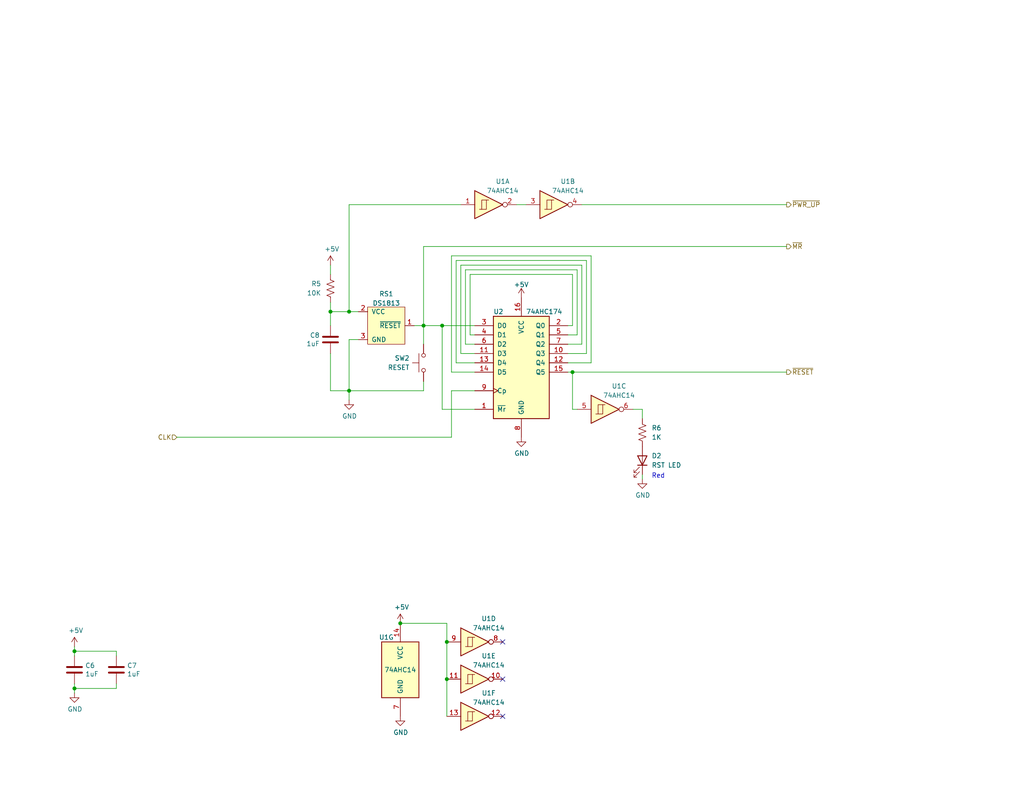
<source format=kicad_sch>
(kicad_sch (version 20211123) (generator eeschema)
  (paper "USLetter")
  (title_block (title "Reset") (date "2022-10-10") (rev "1.2") (company "Frédéric Segard") (comment 1 "and +6 cycle delayed master reset for CPU and peripherals") (comment 2 "Power on reset, with 150ms delayed master reset, "))
  (lib_symbols
    (symbol "0_Z80_Library:DS1813" (pin_names (offset 1.016))
      (property "Reference" "RS" (at 0 2.54 0))
      (property "Value" "DS1813" (at 0 0 0))
      (symbol "DS1813_0_1"
        (rectangle (start 5.08 -1.27) (end -5.08 -11.43) (fill (type background)))
      )
      (symbol "DS1813_1_1"
        (pin output line (at 7.62 -6.35 180) (length 2.54) (name "~{RESET}") (number "1"))
        (pin input line (at -7.62 -2.54 0) (length 2.54) (name "VCC") (number "2"))
        (pin power_in line (at -7.62 -10.16 0) (length 2.54) (name "GND") (number "3"))
      )
    )
    (symbol "74xx:74HC14" (pin_names (offset 1.016))
      (property "Reference" "U" (at 0 1.27 0))
      (property "Value" "74HC14" (at 0 -1.27 0))
      (symbol "74HC14_1_0"
        (polyline (pts (xy -3.81 3.81) (xy -3.81 -3.81) (xy 3.81 0) (xy -3.81 3.81)) (stroke (width 0.254)) (fill (type background)))
        (pin input line (at -7.62 0 0) (length 3.81) (name "~") (number "1"))
        (pin output inverted (at 7.62 0 180) (length 3.81) (name "~") (number "2"))
      )
      (symbol "74HC14_1_1"
        (polyline (pts (xy -1.905 -1.27) (xy -1.905 1.27) (xy -0.635 1.27)))
        (polyline (pts (xy -2.54 -1.27) (xy -0.635 -1.27) (xy -0.635 1.27) (xy 0 1.27)))
      )
      (symbol "74HC14_2_0"
        (polyline (pts (xy -3.81 3.81) (xy -3.81 -3.81) (xy 3.81 0) (xy -3.81 3.81)) (stroke (width 0.254)) (fill (type background)))
        (pin input line (at -7.62 0 0) (length 3.81) (name "~") (number "3"))
        (pin output inverted (at 7.62 0 180) (length 3.81) (name "~") (number "4"))
      )
      (symbol "74HC14_2_1"
        (polyline (pts (xy -1.905 -1.27) (xy -1.905 1.27) (xy -0.635 1.27)))
        (polyline (pts (xy -2.54 -1.27) (xy -0.635 -1.27) (xy -0.635 1.27) (xy 0 1.27)))
      )
      (symbol "74HC14_3_0"
        (polyline (pts (xy -3.81 3.81) (xy -3.81 -3.81) (xy 3.81 0) (xy -3.81 3.81)) (stroke (width 0.254)) (fill (type background)))
        (pin input line (at -7.62 0 0) (length 3.81) (name "~") (number "5"))
        (pin output inverted (at 7.62 0 180) (length 3.81) (name "~") (number "6"))
      )
      (symbol "74HC14_3_1"
        (polyline (pts (xy -1.905 -1.27) (xy -1.905 1.27) (xy -0.635 1.27)))
        (polyline (pts (xy -2.54 -1.27) (xy -0.635 -1.27) (xy -0.635 1.27) (xy 0 1.27)))
      )
      (symbol "74HC14_4_0"
        (polyline (pts (xy -3.81 3.81) (xy -3.81 -3.81) (xy 3.81 0) (xy -3.81 3.81)) (stroke (width 0.254)) (fill (type background)))
        (pin output inverted (at 7.62 0 180) (length 3.81) (name "~") (number "8"))
        (pin input line (at -7.62 0 0) (length 3.81) (name "~") (number "9"))
      )
      (symbol "74HC14_4_1"
        (polyline (pts (xy -1.905 -1.27) (xy -1.905 1.27) (xy -0.635 1.27)))
        (polyline (pts (xy -2.54 -1.27) (xy -0.635 -1.27) (xy -0.635 1.27) (xy 0 1.27)))
      )
      (symbol "74HC14_5_0"
        (polyline (pts (xy -3.81 3.81) (xy -3.81 -3.81) (xy 3.81 0) (xy -3.81 3.81)) (stroke (width 0.254)) (fill (type background)))
        (pin output inverted (at 7.62 0 180) (length 3.81) (name "~") (number "10"))
        (pin input line (at -7.62 0 0) (length 3.81) (name "~") (number "11"))
      )
      (symbol "74HC14_5_1"
        (polyline (pts (xy -1.905 -1.27) (xy -1.905 1.27) (xy -0.635 1.27)))
        (polyline (pts (xy -2.54 -1.27) (xy -0.635 -1.27) (xy -0.635 1.27) (xy 0 1.27)))
      )
      (symbol "74HC14_6_0"
        (polyline (pts (xy -3.81 3.81) (xy -3.81 -3.81) (xy 3.81 0) (xy -3.81 3.81)) (stroke (width 0.254)) (fill (type background)))
        (pin output inverted (at 7.62 0 180) (length 3.81) (name "~") (number "12"))
        (pin input line (at -7.62 0 0) (length 3.81) (name "~") (number "13"))
      )
      (symbol "74HC14_6_1"
        (polyline (pts (xy -1.905 -1.27) (xy -1.905 1.27) (xy -0.635 1.27)))
        (polyline (pts (xy -2.54 -1.27) (xy -0.635 -1.27) (xy -0.635 1.27) (xy 0 1.27)))
      )
      (symbol "74HC14_7_0"
        (pin power_in line (at 0 12.7 270) (length 5.08) (name "VCC") (number "14"))
        (pin power_in line (at 0 -12.7 90) (length 5.08) (name "GND") (number "7"))
      )
      (symbol "74HC14_7_1"
        (rectangle (start -5.08 7.62) (end 5.08 -7.62) (stroke (width 0.254)) (fill (type background)))
      )
    )
    (symbol "74xx:74LS174" (pin_names (offset 1.016))
      (property "Reference" "U" (at -7.62 13.97 0))
      (property "Value" "74LS174" (at -7.62 -16.51 0))
      (symbol "74LS174_1_0"
        (pin input line (at -12.7 -12.7 0) (length 5.08) (name "~{Mr}") (number "1"))
        (pin output line (at 12.7 2.54 180) (length 5.08) (name "Q3") (number "10"))
        (pin input line (at -12.7 2.54 0) (length 5.08) (name "D3") (number "11"))
        (pin output line (at 12.7 0 180) (length 5.08) (name "Q4") (number "12"))
        (pin input line (at -12.7 0 0) (length 5.08) (name "D4") (number "13"))
        (pin input line (at -12.7 -2.54 0) (length 5.08) (name "D5") (number "14"))
        (pin output line (at 12.7 -2.54 180) (length 5.08) (name "Q5") (number "15"))
        (pin power_in line (at 0 17.78 270) (length 5.08) (name "VCC") (number "16"))
        (pin output line (at 12.7 10.16 180) (length 5.08) (name "Q0") (number "2"))
        (pin input line (at -12.7 10.16 0) (length 5.08) (name "D0") (number "3"))
        (pin input line (at -12.7 7.62 0) (length 5.08) (name "D1") (number "4"))
        (pin output line (at 12.7 7.62 180) (length 5.08) (name "Q1") (number "5"))
        (pin input line (at -12.7 5.08 0) (length 5.08) (name "D2") (number "6"))
        (pin output line (at 12.7 5.08 180) (length 5.08) (name "Q2") (number "7"))
        (pin power_in line (at 0 -20.32 90) (length 5.08) (name "GND") (number "8"))
        (pin input clock (at -12.7 -7.62 0) (length 5.08) (name "Cp") (number "9"))
      )
      (symbol "74LS174_1_1"
        (rectangle (start -7.62 12.7) (end 7.62 -15.24) (stroke (width 0.254)) (fill (type background)))
      )
    )
    (symbol "Device:C" (pin_numbers hide) (pin_names (offset 0.254))
      (property "Reference" "C" (at 0.635 2.54 0))
      (property "Value" "C" (at 0.635 -2.54 0))
      (symbol "C_0_1"
        (polyline (pts (xy -2.032 -0.762) (xy 2.032 -0.762)) (stroke (width 0.508)))
        (polyline (pts (xy -2.032 0.762) (xy 2.032 0.762)) (stroke (width 0.508)))
      )
      (symbol "C_1_1"
        (pin passive line (at 0 3.81 270) (length 2.794) (name "~") (number "1"))
        (pin passive line (at 0 -3.81 90) (length 2.794) (name "~") (number "2"))
      )
    )
    (symbol "Device:LED" (pin_numbers hide) (pin_names (offset 1.016) hide)
      (property "Reference" "D" (at 0 2.54 0))
      (property "Value" "LED" (at 0 -2.54 0))
      (symbol "LED_0_1"
        (polyline (pts (xy -1.27 -1.27) (xy -1.27 1.27)) (stroke (width 0.254)))
        (polyline (pts (xy -1.27 0) (xy 1.27 0)))
        (polyline (pts (xy 1.27 -1.27) (xy 1.27 1.27) (xy -1.27 0) (xy 1.27 -1.27)) (stroke (width 0.254)))
        (polyline (pts (xy -3.048 -0.762) (xy -4.572 -2.286) (xy -3.81 -2.286) (xy -4.572 -2.286) (xy -4.572 -1.524)))
        (polyline (pts (xy -1.778 -0.762) (xy -3.302 -2.286) (xy -2.54 -2.286) (xy -3.302 -2.286) (xy -3.302 -1.524)))
      )
      (symbol "LED_1_1"
        (pin passive line (at -3.81 0 0) (length 2.54) (name "K") (number "1"))
        (pin passive line (at 3.81 0 180) (length 2.54) (name "A") (number "2"))
      )
    )
    (symbol "Device:R_US" (pin_numbers hide) (pin_names (offset 0))
      (property "Reference" "R" (at 2.54 0 90))
      (property "Value" "R_US" (at -2.54 0 90))
      (symbol "R_US_0_1"
        (polyline (pts (xy 0 -2.286) (xy 0 -2.54)))
        (polyline (pts (xy 0 2.286) (xy 0 2.54)))
        (polyline (pts (xy 0 -0.762) (xy 1.016 -1.143) (xy 0 -1.524) (xy -1.016 -1.905) (xy 0 -2.286)))
        (polyline (pts (xy 0 0.762) (xy 1.016 0.381) (xy 0 0) (xy -1.016 -0.381) (xy 0 -0.762)))
        (polyline (pts (xy 0 2.286) (xy 1.016 1.905) (xy 0 1.524) (xy -1.016 1.143) (xy 0 0.762)))
      )
      (symbol "R_US_1_1"
        (pin passive line (at 0 3.81 270) (length 1.27) (name "~") (number "1"))
        (pin passive line (at 0 -3.81 90) (length 1.27) (name "~") (number "2"))
      )
    )
    (symbol "R_US_1" (pin_numbers hide) (pin_names (offset 0))
      (property "Reference" "R" (at 2.54 0 90))
      (property "Value" "R_US_1" (at -2.54 0 90))
      (symbol "R_US_1_0_1"
        (polyline (pts (xy 0 -2.286) (xy 0 -2.54)))
        (polyline (pts (xy 0 2.286) (xy 0 2.54)))
        (polyline (pts (xy 0 -0.762) (xy 1.016 -1.143) (xy 0 -1.524) (xy -1.016 -1.905) (xy 0 -2.286)))
        (polyline (pts (xy 0 0.762) (xy 1.016 0.381) (xy 0 0) (xy -1.016 -0.381) (xy 0 -0.762)))
        (polyline (pts (xy 0 2.286) (xy 1.016 1.905) (xy 0 1.524) (xy -1.016 1.143) (xy 0 0.762)))
      )
      (symbol "R_US_1_1_1"
        (pin passive line (at 0 3.81 270) (length 1.27) (name "~") (number "1"))
        (pin passive line (at 0 -3.81 90) (length 1.27) (name "~") (number "2"))
      )
    )
    (symbol "Switch:SW_Push" (pin_numbers hide) (pin_names (offset 1.016) hide)
      (property "Reference" "SW" (at 1.27 2.54 0))
      (property "Value" "SW_Push" (at 0 -1.524 0))
      (symbol "SW_Push_0_1"
        (circle (center -2.032 0) (radius 0.508))
        (polyline (pts (xy 0 1.27) (xy 0 3.048)))
        (polyline (pts (xy 2.54 1.27) (xy -2.54 1.27)))
        (circle (center 2.032 0) (radius 0.508))
        (pin passive line (at -5.08 0 0) (length 2.54) (name "1") (number "1"))
        (pin passive line (at 5.08 0 180) (length 2.54) (name "2") (number "2"))
      )
    )
    (symbol "power:+5V" (power) (pin_names (offset 0))
      (property "Value" "+5V" (at 0 3.556 0))
      (symbol "+5V_0_1"
        (polyline (pts (xy -0.762 1.27) (xy 0 2.54)))
        (polyline (pts (xy 0 0) (xy 0 2.54)))
        (polyline (pts (xy 0 2.54) (xy 0.762 1.27)))
      )
      (symbol "+5V_1_1"
        (pin power_in line (at 0 0 90) (length 0) hide (name "+5V") (number "1"))
      )
    )
    (symbol "power:GND" (power) (pin_names (offset 0))
      (property "Value" "GND" (at 0 -3.81 0))
      (symbol "GND_0_1"
        (polyline (pts (xy 0 0) (xy 0 -1.27) (xy 1.27 -1.27) (xy 0 -2.54) (xy -1.27 -1.27) (xy 0 -1.27)))
      )
      (symbol "GND_1_1"
        (pin power_in line (at 0 0 270) (length 0) hide (name "GND") (number "1"))
      )
    )
  )
  (junction (at 121.92 185.42))
  (junction (at 121.92 175.26))
  (junction (at 20.32 187.96))
  (junction (at 109.22 170.18))
  (junction (at 20.32 177.8))
  (junction (at 95.25 85.09))
  (junction (at 156.21 101.6))
  (junction (at 120.65 88.9))
  (junction (at 115.57 88.9))
  (junction (at 90.17 85.09))
  (junction (at 95.25 106.68))
  (no_connect (at 137.16 175.26))
  (no_connect (at 137.16 195.58))
  (no_connect (at 137.16 185.42))
  (wire (pts (xy 156.21 88.9) (xy 156.21 74.93)))
  (wire (pts (xy 127 73.66) (xy 127 93.98)))
  (wire (pts (xy 157.48 111.76) (xy 156.21 111.76)))
  (wire (pts (xy 157.48 91.44) (xy 157.48 73.66)))
  (wire (pts (xy 128.27 74.93) (xy 128.27 91.44)))
  (wire (pts (xy 20.32 187.96) (xy 31.75 187.96)))
  (wire (pts (xy 97.79 92.71) (xy 95.25 92.71)))
  (wire (pts (xy 121.92 185.42) (xy 121.92 195.58)))
  (wire (pts (xy 90.17 106.68) (xy 95.25 106.68)))
  (wire (pts (xy 124.46 71.12) (xy 124.46 99.06)))
  (wire (pts (xy 161.29 69.85) (xy 123.19 69.85)))
  (wire (pts (xy 90.17 85.09) (xy 95.25 85.09)))
  (wire (pts (xy 115.57 88.9) (xy 120.65 88.9)))
  (wire (pts (xy 154.94 91.44) (xy 157.48 91.44)))
  (wire (pts (xy 140.97 55.88) (xy 143.51 55.88)))
  (wire (pts (xy 20.32 177.8) (xy 31.75 177.8)))
  (wire (pts (xy 113.03 88.9) (xy 115.57 88.9)))
  (wire (pts (xy 31.75 186.69) (xy 31.75 187.96)))
  (wire (pts (xy 31.75 177.8) (xy 31.75 179.07)))
  (wire (pts (xy 90.17 88.9) (xy 90.17 85.09)))
  (wire (pts (xy 158.75 93.98) (xy 158.75 72.39)))
  (wire (pts (xy 154.94 88.9) (xy 156.21 88.9)))
  (wire (pts (xy 20.32 176.53) (xy 20.32 177.8)))
  (wire (pts (xy 121.92 170.18) (xy 121.92 175.26)))
  (wire (pts (xy 90.17 72.39) (xy 90.17 74.93)))
  (wire (pts (xy 115.57 104.14) (xy 115.57 106.68)))
  (wire (pts (xy 95.25 85.09) (xy 97.79 85.09)))
  (wire (pts (xy 48.26 119.38) (xy 123.19 119.38)))
  (wire (pts (xy 121.92 175.26) (xy 121.92 185.42)))
  (wire (pts (xy 154.94 96.52) (xy 160.02 96.52)))
  (wire (pts (xy 158.75 72.39) (xy 125.73 72.39)))
  (wire (pts (xy 95.25 106.68) (xy 115.57 106.68)))
  (wire (pts (xy 20.32 177.8) (xy 20.32 179.07)))
  (wire (pts (xy 158.75 55.88) (xy 214.63 55.88)))
  (wire (pts (xy 121.92 170.18) (xy 109.22 170.18)))
  (wire (pts (xy 157.48 73.66) (xy 127 73.66)))
  (wire (pts (xy 95.25 109.22) (xy 95.25 106.68)))
  (wire (pts (xy 95.25 92.71) (xy 95.25 106.68)))
  (wire (pts (xy 175.26 111.76) (xy 172.72 111.76)))
  (wire (pts (xy 154.94 93.98) (xy 158.75 93.98)))
  (wire (pts (xy 123.19 69.85) (xy 123.19 101.6)))
  (wire (pts (xy 154.94 101.6) (xy 156.21 101.6)))
  (wire (pts (xy 20.32 186.69) (xy 20.32 187.96)))
  (wire (pts (xy 160.02 71.12) (xy 124.46 71.12)))
  (wire (pts (xy 123.19 106.68) (xy 129.54 106.68)))
  (wire (pts (xy 120.65 88.9) (xy 129.54 88.9)))
  (wire (pts (xy 124.46 99.06) (xy 129.54 99.06)))
  (wire (pts (xy 156.21 101.6) (xy 214.63 101.6)))
  (wire (pts (xy 115.57 88.9) (xy 115.57 67.31)))
  (wire (pts (xy 20.32 187.96) (xy 20.32 189.23)))
  (wire (pts (xy 175.26 111.76) (xy 175.26 114.3)))
  (wire (pts (xy 95.25 55.88) (xy 95.25 85.09)))
  (wire (pts (xy 156.21 101.6) (xy 156.21 111.76)))
  (wire (pts (xy 120.65 88.9) (xy 120.65 111.76)))
  (wire (pts (xy 125.73 96.52) (xy 129.54 96.52)))
  (wire (pts (xy 125.73 72.39) (xy 125.73 96.52)))
  (wire (pts (xy 123.19 101.6) (xy 129.54 101.6)))
  (wire (pts (xy 90.17 85.09) (xy 90.17 82.55)))
  (wire (pts (xy 115.57 93.98) (xy 115.57 88.9)))
  (wire (pts (xy 175.26 130.81) (xy 175.26 129.54)))
  (wire (pts (xy 115.57 67.31) (xy 214.63 67.31)))
  (wire (pts (xy 154.94 99.06) (xy 161.29 99.06)))
  (wire (pts (xy 95.25 55.88) (xy 125.73 55.88)))
  (wire (pts (xy 161.29 99.06) (xy 161.29 69.85)))
  (wire (pts (xy 156.21 74.93) (xy 128.27 74.93)))
  (wire (pts (xy 128.27 91.44) (xy 129.54 91.44)))
  (wire (pts (xy 123.19 106.68) (xy 123.19 119.38)))
  (wire (pts (xy 160.02 96.52) (xy 160.02 71.12)))
  (wire (pts (xy 127 93.98) (xy 129.54 93.98)))
  (wire (pts (xy 90.17 96.52) (xy 90.17 106.68)))
  (wire (pts (xy 120.65 111.76) (xy 129.54 111.76)))
  (text "Red" (at 177.776 130.762 0) (effects (font (size 1.27 1.27)) (justify left bottom)))
  (hierarchical_label "~{PWR_UP}" (shape output) (at 214.63 55.88 0))
  (hierarchical_label "CLK" (shape input) (at 48.26 119.38 180))
  (hierarchical_label "~{MR}" (shape output) (at 214.63 67.31 0))
  (hierarchical_label "~{RESET}" (shape output) (at 214.63 101.6 0))
  (symbol (lib_id "74xx:74HC14") (at 133.35 55.88 0) (unit 1)
    (property "Reference" "U1" (at 137.16 49.53 0))
    (property "Value" "74AHC14" (at 137.16 52.07 0))
    (property "Footprint" "Package_DIP:DIP-14_W7.62mm_Socket" (effects hide))
    (property "Datasheet" "https://www.ti.com/lit/ds/symlink/sn74ahc14.pdf" (effects hide))
  )
  (symbol (lib_id "Device:C") (at 90.17 92.71 0) (mirror y) (unit 1)
    (property "Reference" "C8" (at 87.249 91.5416 0) (effects (justify left)))
    (property "Value" "1uF" (at 87.249 93.853 0) (effects (justify left)))
    (property "Footprint" "Capacitor_THT:C_Disc_D3.0mm_W2.0mm_P2.50mm" (effects hide))
  )
  (symbol (lib_id "Device:C") (at 20.32 182.88 0) (unit 1)
    (property "Reference" "C6" (at 23.241 181.7116 0) (effects (justify left)))
    (property "Value" "1uF" (at 23.241 184.023 0) (effects (justify left)))
    (property "Footprint" "Capacitor_THT:C_Disc_D3.0mm_W2.0mm_P2.50mm" (effects hide))
  )
  (symbol (lib_id "Device:R_US") (at 175.26 118.11 0) (unit 1)
    (property "Reference" "R6" (at 177.8 116.84 0) (effects (justify left)))
    (property "Value" "1K" (at 177.8 119.38 0) (effects (justify left)))
    (property "Footprint" "Resistor_THT:R_Axial_DIN0207_L6.3mm_D2.5mm_P10.16mm_Horizontal" (effects hide))
  )
  (symbol (lib_id "power:GND") (at 95.25 109.22 0) (unit 1)
    (property "Reference" "#PWR08" (effects hide))
    (property "Value" "~" (at 95.377 113.6142 0))
  )
  (symbol (lib_id "74xx:74HC14") (at 129.54 195.58 0) (unit 6)
    (property "Reference" "U1" (at 133.35 189.23 0))
    (property "Value" "74AHC14" (at 133.35 191.77 0))
    (property "Footprint" "Package_DIP:DIP-14_W7.62mm_Socket" (effects hide))
    (property "Datasheet" "https://www.ti.com/lit/ds/symlink/sn74ahc14.pdf" (effects hide))
  )
  (symbol (lib_id "74xx:74HC14") (at 129.54 185.42 0) (unit 5)
    (property "Reference" "U1" (at 133.35 179.07 0))
    (property "Value" "74AHC14" (at 133.35 181.61 0))
    (property "Footprint" "Package_DIP:DIP-14_W7.62mm_Socket" (effects hide))
    (property "Datasheet" "https://www.ti.com/lit/ds/symlink/sn74ahc14.pdf" (effects hide))
  )
  (symbol (lib_id "power:+5V") (at 109.22 170.18 0) (unit 1)
    (property "Reference" "#PWR09" (effects hide))
    (property "Value" "~" (at 109.601 165.7858 0))
  )
  (symbol (lib_id "Switch:SW_Push") (at 115.57 99.06 90) (mirror x) (unit 1)
    (property "Reference" "SW2" (at 111.76 97.79 90) (effects (justify left)))
    (property "Value" "RESET" (at 111.76 100.33 90) (effects (justify left)))
    (property "Footprint" "Button_Switch_THT:SW_PUSH-12mm_Wuerth-430476085716" (effects hide))
  )
  (symbol (lib_id "power:GND") (at 109.22 195.58 0) (unit 1)
    (property "Reference" "#PWR010" (effects hide))
    (property "Value" "~" (at 109.347 199.9742 0))
  )
  (symbol (lib_id "power:GND") (at 142.24 119.38 0) (unit 1)
    (property "Reference" "#PWR012" (effects hide))
    (property "Value" "~" (at 142.367 123.7742 0))
  )
  (symbol (lib_id "power:GND") (at 175.26 130.81 0) (unit 1)
    (property "Reference" "#PWR013" (effects hide))
    (property "Value" "~" (at 175.387 135.2042 0))
  )
  (symbol (lib_id "0_Z80_Library:DS1813") (at 105.41 82.55 0) (unit 1)
    (property "Reference" "RS1" (at 105.41 80.2472 0))
    (property "Value" "DS1813" (at 105.41 82.7841 0))
    (property "Footprint" "Package_TO_SOT_THT:TO-92L_Inline_Wide" (effects hide))
    (property "Datasheet" "https://datasheets.maximintegrated.com/en/ds/DS1813.pdf" (effects hide))
  )
  (symbol (lib_id "power:+5V") (at 90.17 72.39 0) (unit 1)
    (property "Reference" "#PWR07" (effects hide))
    (property "Value" "~" (at 90.551 67.9958 0))
  )
  (symbol (lib_id "power:+5V") (at 142.24 81.28 0) (unit 1)
    (property "Reference" "#PWR011" (effects hide))
    (property "Value" "~" (at 142.24 77.7042 0))
  )
  (symbol (lib_id "74xx:74HC14") (at 109.22 182.88 0) (unit 7)
    (property "Reference" "U1" (at 105.41 173.99 0))
    (property "Value" "74AHC14" (at 109.22 182.88 0))
    (property "Footprint" "Package_DIP:DIP-14_W7.62mm_Socket" (effects hide))
    (property "Datasheet" "https://www.ti.com/lit/ds/symlink/sn74ahc14.pdf" (effects hide))
  )
  (symbol (lib_id "power:GND") (at 20.32 189.23 0) (unit 1)
    (property "Reference" "#PWR06" (effects hide))
    (property "Value" "~" (at 20.447 193.6242 0))
  )
  (symbol (lib_id "74xx:74HC14") (at 151.13 55.88 0) (unit 2)
    (property "Reference" "U1" (at 154.94 49.53 0))
    (property "Value" "74AHC14" (at 154.94 52.07 0))
    (property "Footprint" "Package_DIP:DIP-14_W7.62mm_Socket" (effects hide))
    (property "Datasheet" "https://www.ti.com/lit/ds/symlink/sn74ahc14.pdf" (effects hide))
  )
  (symbol (lib_id "Device:C") (at 31.75 182.88 0) (unit 1)
    (property "Reference" "C7" (at 34.671 181.7116 0) (effects (justify left)))
    (property "Value" "1uF" (at 34.671 184.023 0) (effects (justify left)))
    (property "Footprint" "Capacitor_THT:C_Disc_D3.0mm_W2.0mm_P2.50mm" (effects hide))
  )
  (symbol (lib_id "74xx:74HC14") (at 129.54 175.26 0) (unit 4)
    (property "Reference" "U1" (at 133.35 168.91 0))
    (property "Value" "74AHC14" (at 133.35 171.45 0))
    (property "Footprint" "Package_DIP:DIP-14_W7.62mm_Socket" (effects hide))
    (property "Datasheet" "https://www.ti.com/lit/ds/symlink/sn74ahc14.pdf" (effects hide))
  )
  (symbol (lib_id "74xx:74LS174") (at 142.24 99.06 0) (unit 1)
    (property "Reference" "U2" (at 134.62 85.09 0) (effects (justify left)))
    (property "Value" "74AHC174" (at 143.51 85.09 0) (effects (justify left)))
    (property "Footprint" "Package_DIP:DIP-16_W7.62mm_Socket" (effects hide))
    (property "Datasheet" "https://www.ti.com/lit/ds/symlink/sn74ahc174.pdf" (effects hide))
  )
  (symbol (lib_id "74xx:74HC14") (at 165.1 111.76 0) (unit 3)
    (property "Reference" "U1" (at 168.91 105.41 0))
    (property "Value" "74AHC14" (at 168.91 107.95 0))
    (property "Footprint" "Package_DIP:DIP-14_W7.62mm_Socket" (effects hide))
    (property "Datasheet" "https://www.ti.com/lit/ds/symlink/sn74ahc14.pdf" (effects hide))
  )
  (symbol (lib_name "R_US_1") (lib_id "Device:R_US") (at 90.17 78.74 180) (unit 1)
    (property "Reference" "R5" (at 87.63 77.47 0) (effects (justify left)))
    (property "Value" "10K" (at 87.63 80.01 0) (effects (justify left)))
    (property "Footprint" "Resistor_THT:R_Axial_DIN0207_L6.3mm_D2.5mm_P10.16mm_Horizontal" (effects hide))
  )
  (symbol (lib_id "Device:LED") (at 175.26 125.73 270) (mirror x) (unit 1)
    (property "Reference" "D2" (at 177.8 124.46 90) (effects (justify left)))
    (property "Value" "RST LED" (at 177.8 127 90) (effects (justify left)))
    (property "Footprint" "LED_THT:LED_D3.0mm_Horizontal_O1.27mm_Z2.0mm_Clear" (effects hide))
  )
  (symbol (lib_id "power:+5V") (at 20.32 176.53 0) (unit 1)
    (property "Reference" "#PWR05" (effects hide))
    (property "Value" "~" (at 20.701 172.1358 0))
  )
)
</source>
